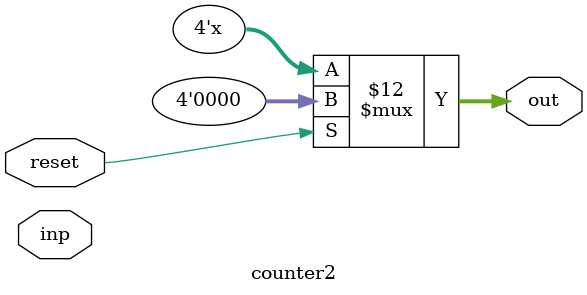
<source format=v>
module counter2 (reset , inp, out);	
	input inp , reset ;
	output reg[3:0] out ;
	initial out = 0	;
		always@(inp , reset )
			begin 
				if(reset)
				out = 0 ;
			else
				begin
					if(inp == 1)
						out = out + 1 ;
					else 
						out = out ;
			end
			end
	endmodule
	
</source>
